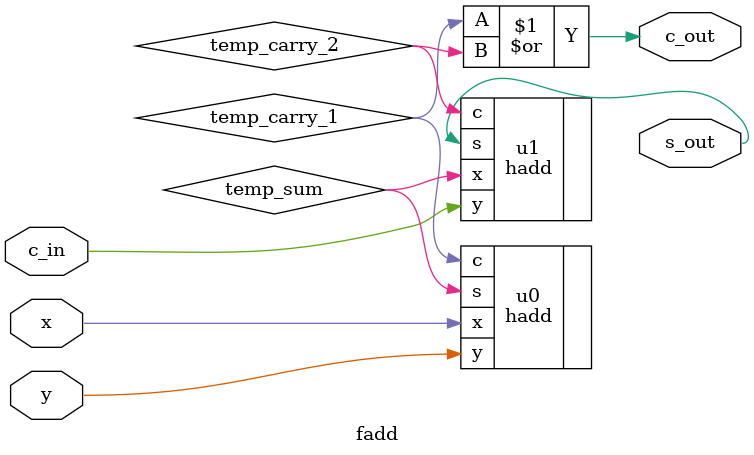
<source format=v>
module fadd(s_out, c_out, x, y, c_in);

output s_out, c_out;
input x, y, c_in;

wire temp_sum, temp_carry_1, temp_carry_2;

// RTL M
hadd u0(.s(temp_sum), .c(temp_carry_1), .x(x), .y(y));
hadd u1(.s(s_out), .c(temp_carry_2), .x(temp_sum), .y(c_in));

assign c_out=temp_carry_1|temp_carry_2;

endmodule

</source>
